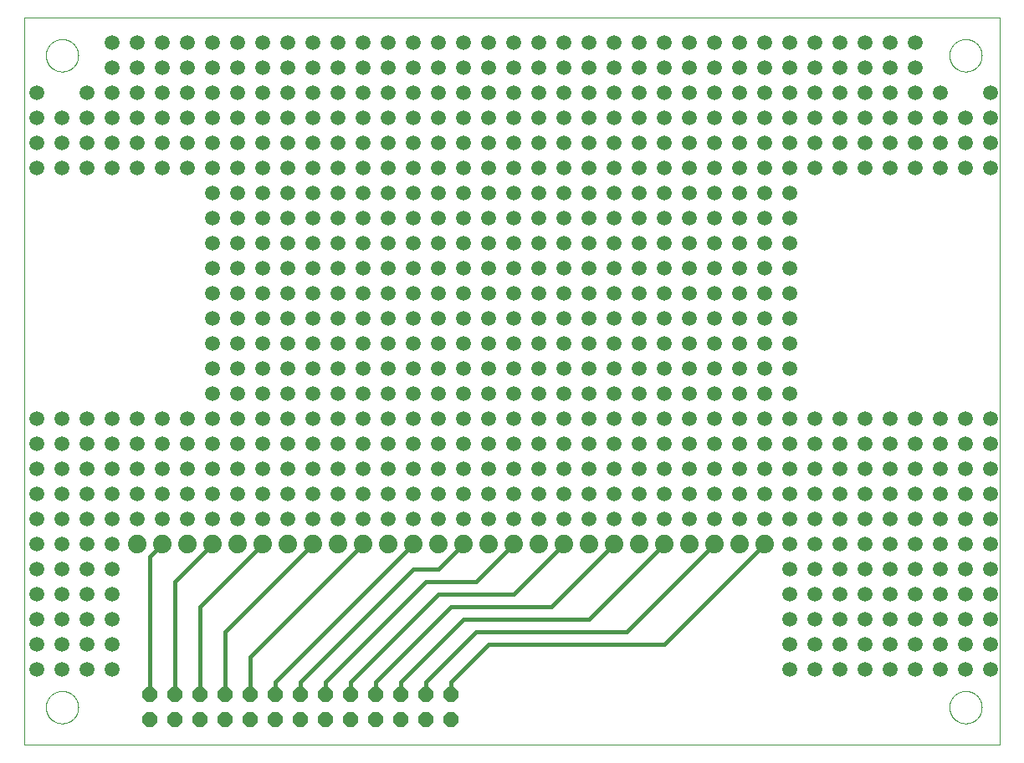
<source format=gtl>
G75*
%MOIN*%
%OFA0B0*%
%FSLAX25Y25*%
%IPPOS*%
%LPD*%
%AMOC8*
5,1,8,0,0,1.08239X$1,22.5*
%
%ADD10C,0.00000*%
%ADD11C,0.07400*%
%ADD12OC8,0.06000*%
%ADD13C,0.01600*%
%ADD14C,0.05906*%
D10*
X0001000Y0026300D02*
X0001000Y0316261D01*
X0389701Y0316261D01*
X0389701Y0026300D01*
X0001000Y0026300D01*
X0009550Y0041300D02*
X0009552Y0041460D01*
X0009558Y0041620D01*
X0009568Y0041780D01*
X0009582Y0041940D01*
X0009600Y0042099D01*
X0009621Y0042258D01*
X0009647Y0042416D01*
X0009677Y0042573D01*
X0009710Y0042730D01*
X0009748Y0042885D01*
X0009789Y0043040D01*
X0009834Y0043194D01*
X0009883Y0043346D01*
X0009936Y0043498D01*
X0009992Y0043648D01*
X0010053Y0043796D01*
X0010116Y0043943D01*
X0010184Y0044088D01*
X0010255Y0044232D01*
X0010329Y0044374D01*
X0010407Y0044513D01*
X0010489Y0044651D01*
X0010574Y0044787D01*
X0010662Y0044921D01*
X0010754Y0045052D01*
X0010849Y0045181D01*
X0010947Y0045308D01*
X0011048Y0045432D01*
X0011152Y0045554D01*
X0011259Y0045673D01*
X0011369Y0045790D01*
X0011482Y0045903D01*
X0011598Y0046014D01*
X0011716Y0046122D01*
X0011837Y0046227D01*
X0011961Y0046329D01*
X0012087Y0046427D01*
X0012215Y0046523D01*
X0012346Y0046615D01*
X0012479Y0046704D01*
X0012615Y0046790D01*
X0012752Y0046872D01*
X0012891Y0046951D01*
X0013033Y0047027D01*
X0013176Y0047099D01*
X0013321Y0047167D01*
X0013467Y0047232D01*
X0013615Y0047293D01*
X0013765Y0047350D01*
X0013916Y0047404D01*
X0014068Y0047454D01*
X0014221Y0047500D01*
X0014376Y0047542D01*
X0014531Y0047581D01*
X0014688Y0047615D01*
X0014845Y0047646D01*
X0015003Y0047672D01*
X0015161Y0047695D01*
X0015320Y0047714D01*
X0015480Y0047729D01*
X0015640Y0047740D01*
X0015800Y0047747D01*
X0015960Y0047750D01*
X0016120Y0047749D01*
X0016280Y0047744D01*
X0016440Y0047735D01*
X0016600Y0047722D01*
X0016759Y0047705D01*
X0016918Y0047684D01*
X0017076Y0047660D01*
X0017234Y0047631D01*
X0017391Y0047598D01*
X0017547Y0047562D01*
X0017702Y0047522D01*
X0017856Y0047477D01*
X0018008Y0047429D01*
X0018160Y0047378D01*
X0018310Y0047322D01*
X0018459Y0047263D01*
X0018606Y0047200D01*
X0018752Y0047133D01*
X0018896Y0047063D01*
X0019038Y0046990D01*
X0019179Y0046912D01*
X0019317Y0046832D01*
X0019453Y0046748D01*
X0019588Y0046660D01*
X0019720Y0046569D01*
X0019849Y0046475D01*
X0019977Y0046378D01*
X0020102Y0046278D01*
X0020224Y0046175D01*
X0020344Y0046068D01*
X0020461Y0045959D01*
X0020575Y0045847D01*
X0020686Y0045732D01*
X0020795Y0045614D01*
X0020901Y0045494D01*
X0021003Y0045371D01*
X0021103Y0045245D01*
X0021199Y0045117D01*
X0021292Y0044987D01*
X0021382Y0044854D01*
X0021469Y0044719D01*
X0021552Y0044583D01*
X0021632Y0044444D01*
X0021708Y0044303D01*
X0021781Y0044160D01*
X0021850Y0044016D01*
X0021916Y0043870D01*
X0021978Y0043722D01*
X0022036Y0043573D01*
X0022091Y0043422D01*
X0022142Y0043270D01*
X0022189Y0043117D01*
X0022232Y0042963D01*
X0022271Y0042808D01*
X0022307Y0042651D01*
X0022338Y0042494D01*
X0022366Y0042337D01*
X0022390Y0042178D01*
X0022410Y0042019D01*
X0022426Y0041860D01*
X0022438Y0041700D01*
X0022446Y0041540D01*
X0022450Y0041380D01*
X0022450Y0041220D01*
X0022446Y0041060D01*
X0022438Y0040900D01*
X0022426Y0040740D01*
X0022410Y0040581D01*
X0022390Y0040422D01*
X0022366Y0040263D01*
X0022338Y0040106D01*
X0022307Y0039949D01*
X0022271Y0039792D01*
X0022232Y0039637D01*
X0022189Y0039483D01*
X0022142Y0039330D01*
X0022091Y0039178D01*
X0022036Y0039027D01*
X0021978Y0038878D01*
X0021916Y0038730D01*
X0021850Y0038584D01*
X0021781Y0038440D01*
X0021708Y0038297D01*
X0021632Y0038156D01*
X0021552Y0038017D01*
X0021469Y0037881D01*
X0021382Y0037746D01*
X0021292Y0037613D01*
X0021199Y0037483D01*
X0021103Y0037355D01*
X0021003Y0037229D01*
X0020901Y0037106D01*
X0020795Y0036986D01*
X0020686Y0036868D01*
X0020575Y0036753D01*
X0020461Y0036641D01*
X0020344Y0036532D01*
X0020224Y0036425D01*
X0020102Y0036322D01*
X0019977Y0036222D01*
X0019849Y0036125D01*
X0019720Y0036031D01*
X0019588Y0035940D01*
X0019453Y0035852D01*
X0019317Y0035768D01*
X0019179Y0035688D01*
X0019038Y0035610D01*
X0018896Y0035537D01*
X0018752Y0035467D01*
X0018606Y0035400D01*
X0018459Y0035337D01*
X0018310Y0035278D01*
X0018160Y0035222D01*
X0018008Y0035171D01*
X0017856Y0035123D01*
X0017702Y0035078D01*
X0017547Y0035038D01*
X0017391Y0035002D01*
X0017234Y0034969D01*
X0017076Y0034940D01*
X0016918Y0034916D01*
X0016759Y0034895D01*
X0016600Y0034878D01*
X0016440Y0034865D01*
X0016280Y0034856D01*
X0016120Y0034851D01*
X0015960Y0034850D01*
X0015800Y0034853D01*
X0015640Y0034860D01*
X0015480Y0034871D01*
X0015320Y0034886D01*
X0015161Y0034905D01*
X0015003Y0034928D01*
X0014845Y0034954D01*
X0014688Y0034985D01*
X0014531Y0035019D01*
X0014376Y0035058D01*
X0014221Y0035100D01*
X0014068Y0035146D01*
X0013916Y0035196D01*
X0013765Y0035250D01*
X0013615Y0035307D01*
X0013467Y0035368D01*
X0013321Y0035433D01*
X0013176Y0035501D01*
X0013033Y0035573D01*
X0012891Y0035649D01*
X0012752Y0035728D01*
X0012615Y0035810D01*
X0012479Y0035896D01*
X0012346Y0035985D01*
X0012215Y0036077D01*
X0012087Y0036173D01*
X0011961Y0036271D01*
X0011837Y0036373D01*
X0011716Y0036478D01*
X0011598Y0036586D01*
X0011482Y0036697D01*
X0011369Y0036810D01*
X0011259Y0036927D01*
X0011152Y0037046D01*
X0011048Y0037168D01*
X0010947Y0037292D01*
X0010849Y0037419D01*
X0010754Y0037548D01*
X0010662Y0037679D01*
X0010574Y0037813D01*
X0010489Y0037949D01*
X0010407Y0038087D01*
X0010329Y0038226D01*
X0010255Y0038368D01*
X0010184Y0038512D01*
X0010116Y0038657D01*
X0010053Y0038804D01*
X0009992Y0038952D01*
X0009936Y0039102D01*
X0009883Y0039254D01*
X0009834Y0039406D01*
X0009789Y0039560D01*
X0009748Y0039715D01*
X0009710Y0039870D01*
X0009677Y0040027D01*
X0009647Y0040184D01*
X0009621Y0040342D01*
X0009600Y0040501D01*
X0009582Y0040660D01*
X0009568Y0040820D01*
X0009558Y0040980D01*
X0009552Y0041140D01*
X0009550Y0041300D01*
X0009550Y0301300D02*
X0009552Y0301460D01*
X0009558Y0301620D01*
X0009568Y0301780D01*
X0009582Y0301940D01*
X0009600Y0302099D01*
X0009621Y0302258D01*
X0009647Y0302416D01*
X0009677Y0302573D01*
X0009710Y0302730D01*
X0009748Y0302885D01*
X0009789Y0303040D01*
X0009834Y0303194D01*
X0009883Y0303346D01*
X0009936Y0303498D01*
X0009992Y0303648D01*
X0010053Y0303796D01*
X0010116Y0303943D01*
X0010184Y0304088D01*
X0010255Y0304232D01*
X0010329Y0304374D01*
X0010407Y0304513D01*
X0010489Y0304651D01*
X0010574Y0304787D01*
X0010662Y0304921D01*
X0010754Y0305052D01*
X0010849Y0305181D01*
X0010947Y0305308D01*
X0011048Y0305432D01*
X0011152Y0305554D01*
X0011259Y0305673D01*
X0011369Y0305790D01*
X0011482Y0305903D01*
X0011598Y0306014D01*
X0011716Y0306122D01*
X0011837Y0306227D01*
X0011961Y0306329D01*
X0012087Y0306427D01*
X0012215Y0306523D01*
X0012346Y0306615D01*
X0012479Y0306704D01*
X0012615Y0306790D01*
X0012752Y0306872D01*
X0012891Y0306951D01*
X0013033Y0307027D01*
X0013176Y0307099D01*
X0013321Y0307167D01*
X0013467Y0307232D01*
X0013615Y0307293D01*
X0013765Y0307350D01*
X0013916Y0307404D01*
X0014068Y0307454D01*
X0014221Y0307500D01*
X0014376Y0307542D01*
X0014531Y0307581D01*
X0014688Y0307615D01*
X0014845Y0307646D01*
X0015003Y0307672D01*
X0015161Y0307695D01*
X0015320Y0307714D01*
X0015480Y0307729D01*
X0015640Y0307740D01*
X0015800Y0307747D01*
X0015960Y0307750D01*
X0016120Y0307749D01*
X0016280Y0307744D01*
X0016440Y0307735D01*
X0016600Y0307722D01*
X0016759Y0307705D01*
X0016918Y0307684D01*
X0017076Y0307660D01*
X0017234Y0307631D01*
X0017391Y0307598D01*
X0017547Y0307562D01*
X0017702Y0307522D01*
X0017856Y0307477D01*
X0018008Y0307429D01*
X0018160Y0307378D01*
X0018310Y0307322D01*
X0018459Y0307263D01*
X0018606Y0307200D01*
X0018752Y0307133D01*
X0018896Y0307063D01*
X0019038Y0306990D01*
X0019179Y0306912D01*
X0019317Y0306832D01*
X0019453Y0306748D01*
X0019588Y0306660D01*
X0019720Y0306569D01*
X0019849Y0306475D01*
X0019977Y0306378D01*
X0020102Y0306278D01*
X0020224Y0306175D01*
X0020344Y0306068D01*
X0020461Y0305959D01*
X0020575Y0305847D01*
X0020686Y0305732D01*
X0020795Y0305614D01*
X0020901Y0305494D01*
X0021003Y0305371D01*
X0021103Y0305245D01*
X0021199Y0305117D01*
X0021292Y0304987D01*
X0021382Y0304854D01*
X0021469Y0304719D01*
X0021552Y0304583D01*
X0021632Y0304444D01*
X0021708Y0304303D01*
X0021781Y0304160D01*
X0021850Y0304016D01*
X0021916Y0303870D01*
X0021978Y0303722D01*
X0022036Y0303573D01*
X0022091Y0303422D01*
X0022142Y0303270D01*
X0022189Y0303117D01*
X0022232Y0302963D01*
X0022271Y0302808D01*
X0022307Y0302651D01*
X0022338Y0302494D01*
X0022366Y0302337D01*
X0022390Y0302178D01*
X0022410Y0302019D01*
X0022426Y0301860D01*
X0022438Y0301700D01*
X0022446Y0301540D01*
X0022450Y0301380D01*
X0022450Y0301220D01*
X0022446Y0301060D01*
X0022438Y0300900D01*
X0022426Y0300740D01*
X0022410Y0300581D01*
X0022390Y0300422D01*
X0022366Y0300263D01*
X0022338Y0300106D01*
X0022307Y0299949D01*
X0022271Y0299792D01*
X0022232Y0299637D01*
X0022189Y0299483D01*
X0022142Y0299330D01*
X0022091Y0299178D01*
X0022036Y0299027D01*
X0021978Y0298878D01*
X0021916Y0298730D01*
X0021850Y0298584D01*
X0021781Y0298440D01*
X0021708Y0298297D01*
X0021632Y0298156D01*
X0021552Y0298017D01*
X0021469Y0297881D01*
X0021382Y0297746D01*
X0021292Y0297613D01*
X0021199Y0297483D01*
X0021103Y0297355D01*
X0021003Y0297229D01*
X0020901Y0297106D01*
X0020795Y0296986D01*
X0020686Y0296868D01*
X0020575Y0296753D01*
X0020461Y0296641D01*
X0020344Y0296532D01*
X0020224Y0296425D01*
X0020102Y0296322D01*
X0019977Y0296222D01*
X0019849Y0296125D01*
X0019720Y0296031D01*
X0019588Y0295940D01*
X0019453Y0295852D01*
X0019317Y0295768D01*
X0019179Y0295688D01*
X0019038Y0295610D01*
X0018896Y0295537D01*
X0018752Y0295467D01*
X0018606Y0295400D01*
X0018459Y0295337D01*
X0018310Y0295278D01*
X0018160Y0295222D01*
X0018008Y0295171D01*
X0017856Y0295123D01*
X0017702Y0295078D01*
X0017547Y0295038D01*
X0017391Y0295002D01*
X0017234Y0294969D01*
X0017076Y0294940D01*
X0016918Y0294916D01*
X0016759Y0294895D01*
X0016600Y0294878D01*
X0016440Y0294865D01*
X0016280Y0294856D01*
X0016120Y0294851D01*
X0015960Y0294850D01*
X0015800Y0294853D01*
X0015640Y0294860D01*
X0015480Y0294871D01*
X0015320Y0294886D01*
X0015161Y0294905D01*
X0015003Y0294928D01*
X0014845Y0294954D01*
X0014688Y0294985D01*
X0014531Y0295019D01*
X0014376Y0295058D01*
X0014221Y0295100D01*
X0014068Y0295146D01*
X0013916Y0295196D01*
X0013765Y0295250D01*
X0013615Y0295307D01*
X0013467Y0295368D01*
X0013321Y0295433D01*
X0013176Y0295501D01*
X0013033Y0295573D01*
X0012891Y0295649D01*
X0012752Y0295728D01*
X0012615Y0295810D01*
X0012479Y0295896D01*
X0012346Y0295985D01*
X0012215Y0296077D01*
X0012087Y0296173D01*
X0011961Y0296271D01*
X0011837Y0296373D01*
X0011716Y0296478D01*
X0011598Y0296586D01*
X0011482Y0296697D01*
X0011369Y0296810D01*
X0011259Y0296927D01*
X0011152Y0297046D01*
X0011048Y0297168D01*
X0010947Y0297292D01*
X0010849Y0297419D01*
X0010754Y0297548D01*
X0010662Y0297679D01*
X0010574Y0297813D01*
X0010489Y0297949D01*
X0010407Y0298087D01*
X0010329Y0298226D01*
X0010255Y0298368D01*
X0010184Y0298512D01*
X0010116Y0298657D01*
X0010053Y0298804D01*
X0009992Y0298952D01*
X0009936Y0299102D01*
X0009883Y0299254D01*
X0009834Y0299406D01*
X0009789Y0299560D01*
X0009748Y0299715D01*
X0009710Y0299870D01*
X0009677Y0300027D01*
X0009647Y0300184D01*
X0009621Y0300342D01*
X0009600Y0300501D01*
X0009582Y0300660D01*
X0009568Y0300820D01*
X0009558Y0300980D01*
X0009552Y0301140D01*
X0009550Y0301300D01*
X0369550Y0301300D02*
X0369552Y0301460D01*
X0369558Y0301620D01*
X0369568Y0301780D01*
X0369582Y0301940D01*
X0369600Y0302099D01*
X0369621Y0302258D01*
X0369647Y0302416D01*
X0369677Y0302573D01*
X0369710Y0302730D01*
X0369748Y0302885D01*
X0369789Y0303040D01*
X0369834Y0303194D01*
X0369883Y0303346D01*
X0369936Y0303498D01*
X0369992Y0303648D01*
X0370053Y0303796D01*
X0370116Y0303943D01*
X0370184Y0304088D01*
X0370255Y0304232D01*
X0370329Y0304374D01*
X0370407Y0304513D01*
X0370489Y0304651D01*
X0370574Y0304787D01*
X0370662Y0304921D01*
X0370754Y0305052D01*
X0370849Y0305181D01*
X0370947Y0305308D01*
X0371048Y0305432D01*
X0371152Y0305554D01*
X0371259Y0305673D01*
X0371369Y0305790D01*
X0371482Y0305903D01*
X0371598Y0306014D01*
X0371716Y0306122D01*
X0371837Y0306227D01*
X0371961Y0306329D01*
X0372087Y0306427D01*
X0372215Y0306523D01*
X0372346Y0306615D01*
X0372479Y0306704D01*
X0372615Y0306790D01*
X0372752Y0306872D01*
X0372891Y0306951D01*
X0373033Y0307027D01*
X0373176Y0307099D01*
X0373321Y0307167D01*
X0373467Y0307232D01*
X0373615Y0307293D01*
X0373765Y0307350D01*
X0373916Y0307404D01*
X0374068Y0307454D01*
X0374221Y0307500D01*
X0374376Y0307542D01*
X0374531Y0307581D01*
X0374688Y0307615D01*
X0374845Y0307646D01*
X0375003Y0307672D01*
X0375161Y0307695D01*
X0375320Y0307714D01*
X0375480Y0307729D01*
X0375640Y0307740D01*
X0375800Y0307747D01*
X0375960Y0307750D01*
X0376120Y0307749D01*
X0376280Y0307744D01*
X0376440Y0307735D01*
X0376600Y0307722D01*
X0376759Y0307705D01*
X0376918Y0307684D01*
X0377076Y0307660D01*
X0377234Y0307631D01*
X0377391Y0307598D01*
X0377547Y0307562D01*
X0377702Y0307522D01*
X0377856Y0307477D01*
X0378008Y0307429D01*
X0378160Y0307378D01*
X0378310Y0307322D01*
X0378459Y0307263D01*
X0378606Y0307200D01*
X0378752Y0307133D01*
X0378896Y0307063D01*
X0379038Y0306990D01*
X0379179Y0306912D01*
X0379317Y0306832D01*
X0379453Y0306748D01*
X0379588Y0306660D01*
X0379720Y0306569D01*
X0379849Y0306475D01*
X0379977Y0306378D01*
X0380102Y0306278D01*
X0380224Y0306175D01*
X0380344Y0306068D01*
X0380461Y0305959D01*
X0380575Y0305847D01*
X0380686Y0305732D01*
X0380795Y0305614D01*
X0380901Y0305494D01*
X0381003Y0305371D01*
X0381103Y0305245D01*
X0381199Y0305117D01*
X0381292Y0304987D01*
X0381382Y0304854D01*
X0381469Y0304719D01*
X0381552Y0304583D01*
X0381632Y0304444D01*
X0381708Y0304303D01*
X0381781Y0304160D01*
X0381850Y0304016D01*
X0381916Y0303870D01*
X0381978Y0303722D01*
X0382036Y0303573D01*
X0382091Y0303422D01*
X0382142Y0303270D01*
X0382189Y0303117D01*
X0382232Y0302963D01*
X0382271Y0302808D01*
X0382307Y0302651D01*
X0382338Y0302494D01*
X0382366Y0302337D01*
X0382390Y0302178D01*
X0382410Y0302019D01*
X0382426Y0301860D01*
X0382438Y0301700D01*
X0382446Y0301540D01*
X0382450Y0301380D01*
X0382450Y0301220D01*
X0382446Y0301060D01*
X0382438Y0300900D01*
X0382426Y0300740D01*
X0382410Y0300581D01*
X0382390Y0300422D01*
X0382366Y0300263D01*
X0382338Y0300106D01*
X0382307Y0299949D01*
X0382271Y0299792D01*
X0382232Y0299637D01*
X0382189Y0299483D01*
X0382142Y0299330D01*
X0382091Y0299178D01*
X0382036Y0299027D01*
X0381978Y0298878D01*
X0381916Y0298730D01*
X0381850Y0298584D01*
X0381781Y0298440D01*
X0381708Y0298297D01*
X0381632Y0298156D01*
X0381552Y0298017D01*
X0381469Y0297881D01*
X0381382Y0297746D01*
X0381292Y0297613D01*
X0381199Y0297483D01*
X0381103Y0297355D01*
X0381003Y0297229D01*
X0380901Y0297106D01*
X0380795Y0296986D01*
X0380686Y0296868D01*
X0380575Y0296753D01*
X0380461Y0296641D01*
X0380344Y0296532D01*
X0380224Y0296425D01*
X0380102Y0296322D01*
X0379977Y0296222D01*
X0379849Y0296125D01*
X0379720Y0296031D01*
X0379588Y0295940D01*
X0379453Y0295852D01*
X0379317Y0295768D01*
X0379179Y0295688D01*
X0379038Y0295610D01*
X0378896Y0295537D01*
X0378752Y0295467D01*
X0378606Y0295400D01*
X0378459Y0295337D01*
X0378310Y0295278D01*
X0378160Y0295222D01*
X0378008Y0295171D01*
X0377856Y0295123D01*
X0377702Y0295078D01*
X0377547Y0295038D01*
X0377391Y0295002D01*
X0377234Y0294969D01*
X0377076Y0294940D01*
X0376918Y0294916D01*
X0376759Y0294895D01*
X0376600Y0294878D01*
X0376440Y0294865D01*
X0376280Y0294856D01*
X0376120Y0294851D01*
X0375960Y0294850D01*
X0375800Y0294853D01*
X0375640Y0294860D01*
X0375480Y0294871D01*
X0375320Y0294886D01*
X0375161Y0294905D01*
X0375003Y0294928D01*
X0374845Y0294954D01*
X0374688Y0294985D01*
X0374531Y0295019D01*
X0374376Y0295058D01*
X0374221Y0295100D01*
X0374068Y0295146D01*
X0373916Y0295196D01*
X0373765Y0295250D01*
X0373615Y0295307D01*
X0373467Y0295368D01*
X0373321Y0295433D01*
X0373176Y0295501D01*
X0373033Y0295573D01*
X0372891Y0295649D01*
X0372752Y0295728D01*
X0372615Y0295810D01*
X0372479Y0295896D01*
X0372346Y0295985D01*
X0372215Y0296077D01*
X0372087Y0296173D01*
X0371961Y0296271D01*
X0371837Y0296373D01*
X0371716Y0296478D01*
X0371598Y0296586D01*
X0371482Y0296697D01*
X0371369Y0296810D01*
X0371259Y0296927D01*
X0371152Y0297046D01*
X0371048Y0297168D01*
X0370947Y0297292D01*
X0370849Y0297419D01*
X0370754Y0297548D01*
X0370662Y0297679D01*
X0370574Y0297813D01*
X0370489Y0297949D01*
X0370407Y0298087D01*
X0370329Y0298226D01*
X0370255Y0298368D01*
X0370184Y0298512D01*
X0370116Y0298657D01*
X0370053Y0298804D01*
X0369992Y0298952D01*
X0369936Y0299102D01*
X0369883Y0299254D01*
X0369834Y0299406D01*
X0369789Y0299560D01*
X0369748Y0299715D01*
X0369710Y0299870D01*
X0369677Y0300027D01*
X0369647Y0300184D01*
X0369621Y0300342D01*
X0369600Y0300501D01*
X0369582Y0300660D01*
X0369568Y0300820D01*
X0369558Y0300980D01*
X0369552Y0301140D01*
X0369550Y0301300D01*
X0369550Y0041300D02*
X0369552Y0041460D01*
X0369558Y0041620D01*
X0369568Y0041780D01*
X0369582Y0041940D01*
X0369600Y0042099D01*
X0369621Y0042258D01*
X0369647Y0042416D01*
X0369677Y0042573D01*
X0369710Y0042730D01*
X0369748Y0042885D01*
X0369789Y0043040D01*
X0369834Y0043194D01*
X0369883Y0043346D01*
X0369936Y0043498D01*
X0369992Y0043648D01*
X0370053Y0043796D01*
X0370116Y0043943D01*
X0370184Y0044088D01*
X0370255Y0044232D01*
X0370329Y0044374D01*
X0370407Y0044513D01*
X0370489Y0044651D01*
X0370574Y0044787D01*
X0370662Y0044921D01*
X0370754Y0045052D01*
X0370849Y0045181D01*
X0370947Y0045308D01*
X0371048Y0045432D01*
X0371152Y0045554D01*
X0371259Y0045673D01*
X0371369Y0045790D01*
X0371482Y0045903D01*
X0371598Y0046014D01*
X0371716Y0046122D01*
X0371837Y0046227D01*
X0371961Y0046329D01*
X0372087Y0046427D01*
X0372215Y0046523D01*
X0372346Y0046615D01*
X0372479Y0046704D01*
X0372615Y0046790D01*
X0372752Y0046872D01*
X0372891Y0046951D01*
X0373033Y0047027D01*
X0373176Y0047099D01*
X0373321Y0047167D01*
X0373467Y0047232D01*
X0373615Y0047293D01*
X0373765Y0047350D01*
X0373916Y0047404D01*
X0374068Y0047454D01*
X0374221Y0047500D01*
X0374376Y0047542D01*
X0374531Y0047581D01*
X0374688Y0047615D01*
X0374845Y0047646D01*
X0375003Y0047672D01*
X0375161Y0047695D01*
X0375320Y0047714D01*
X0375480Y0047729D01*
X0375640Y0047740D01*
X0375800Y0047747D01*
X0375960Y0047750D01*
X0376120Y0047749D01*
X0376280Y0047744D01*
X0376440Y0047735D01*
X0376600Y0047722D01*
X0376759Y0047705D01*
X0376918Y0047684D01*
X0377076Y0047660D01*
X0377234Y0047631D01*
X0377391Y0047598D01*
X0377547Y0047562D01*
X0377702Y0047522D01*
X0377856Y0047477D01*
X0378008Y0047429D01*
X0378160Y0047378D01*
X0378310Y0047322D01*
X0378459Y0047263D01*
X0378606Y0047200D01*
X0378752Y0047133D01*
X0378896Y0047063D01*
X0379038Y0046990D01*
X0379179Y0046912D01*
X0379317Y0046832D01*
X0379453Y0046748D01*
X0379588Y0046660D01*
X0379720Y0046569D01*
X0379849Y0046475D01*
X0379977Y0046378D01*
X0380102Y0046278D01*
X0380224Y0046175D01*
X0380344Y0046068D01*
X0380461Y0045959D01*
X0380575Y0045847D01*
X0380686Y0045732D01*
X0380795Y0045614D01*
X0380901Y0045494D01*
X0381003Y0045371D01*
X0381103Y0045245D01*
X0381199Y0045117D01*
X0381292Y0044987D01*
X0381382Y0044854D01*
X0381469Y0044719D01*
X0381552Y0044583D01*
X0381632Y0044444D01*
X0381708Y0044303D01*
X0381781Y0044160D01*
X0381850Y0044016D01*
X0381916Y0043870D01*
X0381978Y0043722D01*
X0382036Y0043573D01*
X0382091Y0043422D01*
X0382142Y0043270D01*
X0382189Y0043117D01*
X0382232Y0042963D01*
X0382271Y0042808D01*
X0382307Y0042651D01*
X0382338Y0042494D01*
X0382366Y0042337D01*
X0382390Y0042178D01*
X0382410Y0042019D01*
X0382426Y0041860D01*
X0382438Y0041700D01*
X0382446Y0041540D01*
X0382450Y0041380D01*
X0382450Y0041220D01*
X0382446Y0041060D01*
X0382438Y0040900D01*
X0382426Y0040740D01*
X0382410Y0040581D01*
X0382390Y0040422D01*
X0382366Y0040263D01*
X0382338Y0040106D01*
X0382307Y0039949D01*
X0382271Y0039792D01*
X0382232Y0039637D01*
X0382189Y0039483D01*
X0382142Y0039330D01*
X0382091Y0039178D01*
X0382036Y0039027D01*
X0381978Y0038878D01*
X0381916Y0038730D01*
X0381850Y0038584D01*
X0381781Y0038440D01*
X0381708Y0038297D01*
X0381632Y0038156D01*
X0381552Y0038017D01*
X0381469Y0037881D01*
X0381382Y0037746D01*
X0381292Y0037613D01*
X0381199Y0037483D01*
X0381103Y0037355D01*
X0381003Y0037229D01*
X0380901Y0037106D01*
X0380795Y0036986D01*
X0380686Y0036868D01*
X0380575Y0036753D01*
X0380461Y0036641D01*
X0380344Y0036532D01*
X0380224Y0036425D01*
X0380102Y0036322D01*
X0379977Y0036222D01*
X0379849Y0036125D01*
X0379720Y0036031D01*
X0379588Y0035940D01*
X0379453Y0035852D01*
X0379317Y0035768D01*
X0379179Y0035688D01*
X0379038Y0035610D01*
X0378896Y0035537D01*
X0378752Y0035467D01*
X0378606Y0035400D01*
X0378459Y0035337D01*
X0378310Y0035278D01*
X0378160Y0035222D01*
X0378008Y0035171D01*
X0377856Y0035123D01*
X0377702Y0035078D01*
X0377547Y0035038D01*
X0377391Y0035002D01*
X0377234Y0034969D01*
X0377076Y0034940D01*
X0376918Y0034916D01*
X0376759Y0034895D01*
X0376600Y0034878D01*
X0376440Y0034865D01*
X0376280Y0034856D01*
X0376120Y0034851D01*
X0375960Y0034850D01*
X0375800Y0034853D01*
X0375640Y0034860D01*
X0375480Y0034871D01*
X0375320Y0034886D01*
X0375161Y0034905D01*
X0375003Y0034928D01*
X0374845Y0034954D01*
X0374688Y0034985D01*
X0374531Y0035019D01*
X0374376Y0035058D01*
X0374221Y0035100D01*
X0374068Y0035146D01*
X0373916Y0035196D01*
X0373765Y0035250D01*
X0373615Y0035307D01*
X0373467Y0035368D01*
X0373321Y0035433D01*
X0373176Y0035501D01*
X0373033Y0035573D01*
X0372891Y0035649D01*
X0372752Y0035728D01*
X0372615Y0035810D01*
X0372479Y0035896D01*
X0372346Y0035985D01*
X0372215Y0036077D01*
X0372087Y0036173D01*
X0371961Y0036271D01*
X0371837Y0036373D01*
X0371716Y0036478D01*
X0371598Y0036586D01*
X0371482Y0036697D01*
X0371369Y0036810D01*
X0371259Y0036927D01*
X0371152Y0037046D01*
X0371048Y0037168D01*
X0370947Y0037292D01*
X0370849Y0037419D01*
X0370754Y0037548D01*
X0370662Y0037679D01*
X0370574Y0037813D01*
X0370489Y0037949D01*
X0370407Y0038087D01*
X0370329Y0038226D01*
X0370255Y0038368D01*
X0370184Y0038512D01*
X0370116Y0038657D01*
X0370053Y0038804D01*
X0369992Y0038952D01*
X0369936Y0039102D01*
X0369883Y0039254D01*
X0369834Y0039406D01*
X0369789Y0039560D01*
X0369748Y0039715D01*
X0369710Y0039870D01*
X0369677Y0040027D01*
X0369647Y0040184D01*
X0369621Y0040342D01*
X0369600Y0040501D01*
X0369582Y0040660D01*
X0369568Y0040820D01*
X0369558Y0040980D01*
X0369552Y0041140D01*
X0369550Y0041300D01*
D11*
X0296000Y0106300D03*
X0286000Y0106300D03*
X0276000Y0106300D03*
X0266000Y0106300D03*
X0256000Y0106300D03*
X0246000Y0106300D03*
X0236000Y0106300D03*
X0226000Y0106300D03*
X0216000Y0106300D03*
X0206000Y0106300D03*
X0196000Y0106300D03*
X0186000Y0106300D03*
X0176000Y0106300D03*
X0166000Y0106300D03*
X0156000Y0106300D03*
X0146000Y0106300D03*
X0136000Y0106300D03*
X0126000Y0106300D03*
X0116000Y0106300D03*
X0106000Y0106300D03*
X0096000Y0106300D03*
X0086000Y0106300D03*
X0076000Y0106300D03*
X0066000Y0106300D03*
X0056000Y0106300D03*
X0046000Y0106300D03*
D12*
X0051000Y0046300D03*
X0061000Y0046300D03*
X0061000Y0036300D03*
X0051000Y0036300D03*
X0071000Y0036300D03*
X0081000Y0036300D03*
X0081000Y0046300D03*
X0071000Y0046300D03*
X0091000Y0046300D03*
X0101000Y0046300D03*
X0101000Y0036300D03*
X0091000Y0036300D03*
X0111000Y0036300D03*
X0121000Y0036300D03*
X0121000Y0046300D03*
X0111000Y0046300D03*
X0131000Y0046300D03*
X0131000Y0036300D03*
X0141000Y0036300D03*
X0151000Y0036300D03*
X0151000Y0046300D03*
X0141000Y0046300D03*
X0161000Y0046300D03*
X0171000Y0046300D03*
X0171000Y0036300D03*
X0161000Y0036300D03*
D13*
X0161000Y0046300D02*
X0161000Y0051300D01*
X0181000Y0071300D01*
X0241000Y0071300D01*
X0276000Y0106300D01*
X0256000Y0106300D02*
X0226000Y0076300D01*
X0176000Y0076300D01*
X0151000Y0051300D01*
X0151000Y0046300D01*
X0141000Y0046300D02*
X0141000Y0051300D01*
X0171000Y0081300D01*
X0211000Y0081300D01*
X0236000Y0106300D01*
X0216000Y0106300D02*
X0196000Y0086300D01*
X0166000Y0086300D01*
X0131000Y0051300D01*
X0131000Y0046300D01*
X0121000Y0046300D02*
X0121000Y0051300D01*
X0161000Y0091300D01*
X0181000Y0091300D01*
X0196000Y0106300D01*
X0176000Y0106300D02*
X0166000Y0096300D01*
X0156000Y0096300D01*
X0111000Y0051300D01*
X0111000Y0046300D01*
X0101000Y0046300D02*
X0101000Y0051300D01*
X0156000Y0106300D01*
X0136000Y0106300D02*
X0091000Y0061300D01*
X0091000Y0046300D01*
X0081000Y0046300D02*
X0081000Y0071300D01*
X0116000Y0106300D01*
X0096000Y0106300D02*
X0071000Y0081300D01*
X0071000Y0046300D01*
X0061000Y0046300D02*
X0061000Y0091300D01*
X0076000Y0106300D01*
X0056000Y0106300D02*
X0051000Y0101300D01*
X0051000Y0046300D01*
X0171000Y0046300D02*
X0171000Y0051300D01*
X0186000Y0066300D01*
X0256000Y0066300D01*
X0296000Y0106300D01*
D14*
X0296000Y0116300D03*
X0286000Y0116300D03*
X0286000Y0126300D03*
X0296000Y0126300D03*
X0296000Y0136300D03*
X0286000Y0136300D03*
X0276000Y0136300D03*
X0266000Y0136300D03*
X0266000Y0126300D03*
X0276000Y0126300D03*
X0276000Y0116300D03*
X0266000Y0116300D03*
X0256000Y0116300D03*
X0256000Y0126300D03*
X0256000Y0136300D03*
X0246000Y0136300D03*
X0236000Y0136300D03*
X0236000Y0126300D03*
X0246000Y0126300D03*
X0246000Y0116300D03*
X0236000Y0116300D03*
X0226000Y0116300D03*
X0216000Y0116300D03*
X0216000Y0126300D03*
X0226000Y0126300D03*
X0226000Y0136300D03*
X0216000Y0136300D03*
X0206000Y0136300D03*
X0196000Y0136300D03*
X0196000Y0126300D03*
X0206000Y0126300D03*
X0206000Y0116300D03*
X0196000Y0116300D03*
X0186000Y0116300D03*
X0176000Y0116300D03*
X0176000Y0126300D03*
X0186000Y0126300D03*
X0186000Y0136300D03*
X0176000Y0136300D03*
X0166000Y0136300D03*
X0166000Y0126300D03*
X0166000Y0116300D03*
X0156000Y0116300D03*
X0146000Y0116300D03*
X0146000Y0126300D03*
X0156000Y0126300D03*
X0156000Y0136300D03*
X0146000Y0136300D03*
X0136000Y0136300D03*
X0126000Y0136300D03*
X0126000Y0126300D03*
X0136000Y0126300D03*
X0136000Y0116300D03*
X0126000Y0116300D03*
X0116000Y0116300D03*
X0106000Y0116300D03*
X0106000Y0126300D03*
X0116000Y0126300D03*
X0116000Y0136300D03*
X0106000Y0136300D03*
X0096000Y0136300D03*
X0096000Y0126300D03*
X0096000Y0116300D03*
X0086000Y0116300D03*
X0076000Y0116300D03*
X0076000Y0126300D03*
X0086000Y0126300D03*
X0086000Y0136300D03*
X0076000Y0136300D03*
X0066000Y0136300D03*
X0056000Y0136300D03*
X0056000Y0126300D03*
X0066000Y0126300D03*
X0066000Y0116300D03*
X0056000Y0116300D03*
X0046000Y0116300D03*
X0036000Y0116300D03*
X0036000Y0106300D03*
X0036000Y0096300D03*
X0036000Y0086300D03*
X0036000Y0076300D03*
X0026000Y0076300D03*
X0016000Y0076300D03*
X0016000Y0086300D03*
X0026000Y0086300D03*
X0026000Y0096300D03*
X0016000Y0096300D03*
X0016000Y0106300D03*
X0026000Y0106300D03*
X0026000Y0116300D03*
X0016000Y0116300D03*
X0016000Y0126300D03*
X0026000Y0126300D03*
X0026000Y0136300D03*
X0016000Y0136300D03*
X0006000Y0136300D03*
X0006000Y0126300D03*
X0006000Y0116300D03*
X0006000Y0106300D03*
X0006000Y0096300D03*
X0006000Y0086300D03*
X0006000Y0076300D03*
X0006000Y0066300D03*
X0006000Y0056300D03*
X0016000Y0056300D03*
X0026000Y0056300D03*
X0026000Y0066300D03*
X0016000Y0066300D03*
X0036000Y0066300D03*
X0036000Y0056300D03*
X0036000Y0126300D03*
X0046000Y0126300D03*
X0046000Y0136300D03*
X0036000Y0136300D03*
X0036000Y0146300D03*
X0046000Y0146300D03*
X0046000Y0156300D03*
X0036000Y0156300D03*
X0026000Y0156300D03*
X0016000Y0156300D03*
X0016000Y0146300D03*
X0026000Y0146300D03*
X0006000Y0146300D03*
X0006000Y0156300D03*
X0056000Y0156300D03*
X0066000Y0156300D03*
X0066000Y0146300D03*
X0056000Y0146300D03*
X0076000Y0146300D03*
X0086000Y0146300D03*
X0086000Y0156300D03*
X0076000Y0156300D03*
X0076000Y0166300D03*
X0086000Y0166300D03*
X0086000Y0176300D03*
X0076000Y0176300D03*
X0076000Y0186300D03*
X0086000Y0186300D03*
X0086000Y0196300D03*
X0076000Y0196300D03*
X0076000Y0206300D03*
X0086000Y0206300D03*
X0086000Y0216300D03*
X0076000Y0216300D03*
X0076000Y0226300D03*
X0086000Y0226300D03*
X0086000Y0236300D03*
X0076000Y0236300D03*
X0076000Y0246300D03*
X0086000Y0246300D03*
X0086000Y0256300D03*
X0076000Y0256300D03*
X0076000Y0266300D03*
X0086000Y0266300D03*
X0096000Y0266300D03*
X0096000Y0256300D03*
X0096000Y0246300D03*
X0096000Y0236300D03*
X0096000Y0226300D03*
X0096000Y0216300D03*
X0096000Y0206300D03*
X0106000Y0206300D03*
X0116000Y0206300D03*
X0116000Y0216300D03*
X0106000Y0216300D03*
X0106000Y0226300D03*
X0116000Y0226300D03*
X0116000Y0236300D03*
X0106000Y0236300D03*
X0106000Y0246300D03*
X0116000Y0246300D03*
X0116000Y0256300D03*
X0106000Y0256300D03*
X0106000Y0266300D03*
X0116000Y0266300D03*
X0126000Y0266300D03*
X0136000Y0266300D03*
X0136000Y0256300D03*
X0126000Y0256300D03*
X0126000Y0246300D03*
X0136000Y0246300D03*
X0136000Y0236300D03*
X0126000Y0236300D03*
X0126000Y0226300D03*
X0136000Y0226300D03*
X0136000Y0216300D03*
X0126000Y0216300D03*
X0126000Y0206300D03*
X0136000Y0206300D03*
X0146000Y0206300D03*
X0156000Y0206300D03*
X0156000Y0216300D03*
X0146000Y0216300D03*
X0146000Y0226300D03*
X0156000Y0226300D03*
X0156000Y0236300D03*
X0146000Y0236300D03*
X0146000Y0246300D03*
X0156000Y0246300D03*
X0156000Y0256300D03*
X0146000Y0256300D03*
X0146000Y0266300D03*
X0156000Y0266300D03*
X0166000Y0266300D03*
X0166000Y0256300D03*
X0166000Y0246300D03*
X0166000Y0236300D03*
X0166000Y0226300D03*
X0166000Y0216300D03*
X0166000Y0206300D03*
X0176000Y0206300D03*
X0186000Y0206300D03*
X0186000Y0216300D03*
X0176000Y0216300D03*
X0176000Y0226300D03*
X0186000Y0226300D03*
X0186000Y0236300D03*
X0176000Y0236300D03*
X0176000Y0246300D03*
X0186000Y0246300D03*
X0186000Y0256300D03*
X0176000Y0256300D03*
X0176000Y0266300D03*
X0186000Y0266300D03*
X0196000Y0266300D03*
X0206000Y0266300D03*
X0206000Y0256300D03*
X0196000Y0256300D03*
X0196000Y0246300D03*
X0206000Y0246300D03*
X0206000Y0236300D03*
X0196000Y0236300D03*
X0196000Y0226300D03*
X0206000Y0226300D03*
X0206000Y0216300D03*
X0196000Y0216300D03*
X0196000Y0206300D03*
X0206000Y0206300D03*
X0216000Y0206300D03*
X0226000Y0206300D03*
X0226000Y0216300D03*
X0216000Y0216300D03*
X0216000Y0226300D03*
X0226000Y0226300D03*
X0226000Y0236300D03*
X0216000Y0236300D03*
X0216000Y0246300D03*
X0226000Y0246300D03*
X0226000Y0256300D03*
X0216000Y0256300D03*
X0216000Y0266300D03*
X0226000Y0266300D03*
X0236000Y0266300D03*
X0246000Y0266300D03*
X0246000Y0256300D03*
X0236000Y0256300D03*
X0236000Y0246300D03*
X0246000Y0246300D03*
X0246000Y0236300D03*
X0236000Y0236300D03*
X0236000Y0226300D03*
X0246000Y0226300D03*
X0246000Y0216300D03*
X0236000Y0216300D03*
X0236000Y0206300D03*
X0246000Y0206300D03*
X0256000Y0206300D03*
X0256000Y0216300D03*
X0256000Y0226300D03*
X0256000Y0236300D03*
X0256000Y0246300D03*
X0256000Y0256300D03*
X0256000Y0266300D03*
X0266000Y0266300D03*
X0276000Y0266300D03*
X0276000Y0256300D03*
X0266000Y0256300D03*
X0266000Y0246300D03*
X0276000Y0246300D03*
X0276000Y0236300D03*
X0266000Y0236300D03*
X0266000Y0226300D03*
X0276000Y0226300D03*
X0276000Y0216300D03*
X0266000Y0216300D03*
X0266000Y0206300D03*
X0276000Y0206300D03*
X0286000Y0206300D03*
X0296000Y0206300D03*
X0296000Y0216300D03*
X0286000Y0216300D03*
X0286000Y0226300D03*
X0296000Y0226300D03*
X0296000Y0236300D03*
X0286000Y0236300D03*
X0286000Y0246300D03*
X0296000Y0246300D03*
X0296000Y0256300D03*
X0286000Y0256300D03*
X0286000Y0266300D03*
X0296000Y0266300D03*
X0306000Y0266300D03*
X0316000Y0266300D03*
X0316000Y0256300D03*
X0306000Y0256300D03*
X0306000Y0246300D03*
X0306000Y0236300D03*
X0306000Y0226300D03*
X0306000Y0216300D03*
X0306000Y0206300D03*
X0306000Y0196300D03*
X0306000Y0186300D03*
X0306000Y0176300D03*
X0306000Y0166300D03*
X0306000Y0156300D03*
X0316000Y0156300D03*
X0316000Y0146300D03*
X0306000Y0146300D03*
X0296000Y0146300D03*
X0286000Y0146300D03*
X0286000Y0156300D03*
X0296000Y0156300D03*
X0296000Y0166300D03*
X0286000Y0166300D03*
X0286000Y0176300D03*
X0296000Y0176300D03*
X0296000Y0186300D03*
X0286000Y0186300D03*
X0286000Y0196300D03*
X0296000Y0196300D03*
X0276000Y0196300D03*
X0266000Y0196300D03*
X0266000Y0186300D03*
X0276000Y0186300D03*
X0276000Y0176300D03*
X0266000Y0176300D03*
X0266000Y0166300D03*
X0276000Y0166300D03*
X0276000Y0156300D03*
X0266000Y0156300D03*
X0266000Y0146300D03*
X0276000Y0146300D03*
X0256000Y0146300D03*
X0256000Y0156300D03*
X0256000Y0166300D03*
X0256000Y0176300D03*
X0256000Y0186300D03*
X0256000Y0196300D03*
X0246000Y0196300D03*
X0236000Y0196300D03*
X0236000Y0186300D03*
X0246000Y0186300D03*
X0246000Y0176300D03*
X0236000Y0176300D03*
X0236000Y0166300D03*
X0246000Y0166300D03*
X0246000Y0156300D03*
X0236000Y0156300D03*
X0236000Y0146300D03*
X0246000Y0146300D03*
X0226000Y0146300D03*
X0216000Y0146300D03*
X0216000Y0156300D03*
X0226000Y0156300D03*
X0226000Y0166300D03*
X0216000Y0166300D03*
X0216000Y0176300D03*
X0226000Y0176300D03*
X0226000Y0186300D03*
X0216000Y0186300D03*
X0216000Y0196300D03*
X0226000Y0196300D03*
X0206000Y0196300D03*
X0196000Y0196300D03*
X0196000Y0186300D03*
X0206000Y0186300D03*
X0206000Y0176300D03*
X0196000Y0176300D03*
X0196000Y0166300D03*
X0206000Y0166300D03*
X0206000Y0156300D03*
X0196000Y0156300D03*
X0196000Y0146300D03*
X0206000Y0146300D03*
X0186000Y0146300D03*
X0176000Y0146300D03*
X0176000Y0156300D03*
X0186000Y0156300D03*
X0186000Y0166300D03*
X0176000Y0166300D03*
X0176000Y0176300D03*
X0186000Y0176300D03*
X0186000Y0186300D03*
X0176000Y0186300D03*
X0176000Y0196300D03*
X0186000Y0196300D03*
X0166000Y0196300D03*
X0166000Y0186300D03*
X0166000Y0176300D03*
X0166000Y0166300D03*
X0166000Y0156300D03*
X0166000Y0146300D03*
X0156000Y0146300D03*
X0146000Y0146300D03*
X0146000Y0156300D03*
X0156000Y0156300D03*
X0156000Y0166300D03*
X0146000Y0166300D03*
X0146000Y0176300D03*
X0156000Y0176300D03*
X0156000Y0186300D03*
X0146000Y0186300D03*
X0146000Y0196300D03*
X0156000Y0196300D03*
X0136000Y0196300D03*
X0126000Y0196300D03*
X0126000Y0186300D03*
X0136000Y0186300D03*
X0136000Y0176300D03*
X0126000Y0176300D03*
X0126000Y0166300D03*
X0136000Y0166300D03*
X0136000Y0156300D03*
X0126000Y0156300D03*
X0126000Y0146300D03*
X0136000Y0146300D03*
X0116000Y0146300D03*
X0106000Y0146300D03*
X0106000Y0156300D03*
X0116000Y0156300D03*
X0116000Y0166300D03*
X0106000Y0166300D03*
X0106000Y0176300D03*
X0116000Y0176300D03*
X0116000Y0186300D03*
X0106000Y0186300D03*
X0106000Y0196300D03*
X0116000Y0196300D03*
X0096000Y0196300D03*
X0096000Y0186300D03*
X0096000Y0176300D03*
X0096000Y0166300D03*
X0096000Y0156300D03*
X0096000Y0146300D03*
X0066000Y0256300D03*
X0056000Y0256300D03*
X0056000Y0266300D03*
X0066000Y0266300D03*
X0066000Y0276300D03*
X0056000Y0276300D03*
X0056000Y0286300D03*
X0066000Y0286300D03*
X0066000Y0296300D03*
X0056000Y0296300D03*
X0056000Y0306300D03*
X0066000Y0306300D03*
X0076000Y0306300D03*
X0086000Y0306300D03*
X0086000Y0296300D03*
X0076000Y0296300D03*
X0076000Y0286300D03*
X0086000Y0286300D03*
X0086000Y0276300D03*
X0076000Y0276300D03*
X0096000Y0276300D03*
X0096000Y0286300D03*
X0096000Y0296300D03*
X0096000Y0306300D03*
X0106000Y0306300D03*
X0116000Y0306300D03*
X0116000Y0296300D03*
X0106000Y0296300D03*
X0106000Y0286300D03*
X0116000Y0286300D03*
X0116000Y0276300D03*
X0106000Y0276300D03*
X0126000Y0276300D03*
X0136000Y0276300D03*
X0136000Y0286300D03*
X0126000Y0286300D03*
X0126000Y0296300D03*
X0136000Y0296300D03*
X0136000Y0306300D03*
X0126000Y0306300D03*
X0146000Y0306300D03*
X0156000Y0306300D03*
X0156000Y0296300D03*
X0146000Y0296300D03*
X0146000Y0286300D03*
X0156000Y0286300D03*
X0156000Y0276300D03*
X0146000Y0276300D03*
X0166000Y0276300D03*
X0166000Y0286300D03*
X0166000Y0296300D03*
X0166000Y0306300D03*
X0176000Y0306300D03*
X0186000Y0306300D03*
X0186000Y0296300D03*
X0176000Y0296300D03*
X0176000Y0286300D03*
X0186000Y0286300D03*
X0186000Y0276300D03*
X0176000Y0276300D03*
X0196000Y0276300D03*
X0206000Y0276300D03*
X0206000Y0286300D03*
X0196000Y0286300D03*
X0196000Y0296300D03*
X0206000Y0296300D03*
X0206000Y0306300D03*
X0196000Y0306300D03*
X0216000Y0306300D03*
X0226000Y0306300D03*
X0226000Y0296300D03*
X0216000Y0296300D03*
X0216000Y0286300D03*
X0226000Y0286300D03*
X0226000Y0276300D03*
X0216000Y0276300D03*
X0236000Y0276300D03*
X0246000Y0276300D03*
X0246000Y0286300D03*
X0236000Y0286300D03*
X0236000Y0296300D03*
X0246000Y0296300D03*
X0246000Y0306300D03*
X0236000Y0306300D03*
X0256000Y0306300D03*
X0256000Y0296300D03*
X0256000Y0286300D03*
X0256000Y0276300D03*
X0266000Y0276300D03*
X0276000Y0276300D03*
X0276000Y0286300D03*
X0266000Y0286300D03*
X0266000Y0296300D03*
X0276000Y0296300D03*
X0276000Y0306300D03*
X0266000Y0306300D03*
X0286000Y0306300D03*
X0296000Y0306300D03*
X0296000Y0296300D03*
X0286000Y0296300D03*
X0286000Y0286300D03*
X0296000Y0286300D03*
X0296000Y0276300D03*
X0286000Y0276300D03*
X0306000Y0276300D03*
X0316000Y0276300D03*
X0316000Y0286300D03*
X0306000Y0286300D03*
X0306000Y0296300D03*
X0316000Y0296300D03*
X0316000Y0306300D03*
X0306000Y0306300D03*
X0326000Y0306300D03*
X0336000Y0306300D03*
X0336000Y0296300D03*
X0326000Y0296300D03*
X0326000Y0286300D03*
X0336000Y0286300D03*
X0336000Y0276300D03*
X0326000Y0276300D03*
X0326000Y0266300D03*
X0336000Y0266300D03*
X0336000Y0256300D03*
X0326000Y0256300D03*
X0346000Y0256300D03*
X0346000Y0266300D03*
X0356000Y0266300D03*
X0366000Y0266300D03*
X0366000Y0256300D03*
X0356000Y0256300D03*
X0376000Y0256300D03*
X0386000Y0256300D03*
X0386000Y0266300D03*
X0376000Y0266300D03*
X0376000Y0276300D03*
X0386000Y0276300D03*
X0386000Y0286300D03*
X0366000Y0286300D03*
X0356000Y0286300D03*
X0356000Y0276300D03*
X0366000Y0276300D03*
X0346000Y0276300D03*
X0346000Y0286300D03*
X0346000Y0296300D03*
X0346000Y0306300D03*
X0356000Y0306300D03*
X0356000Y0296300D03*
X0356000Y0156300D03*
X0366000Y0156300D03*
X0366000Y0146300D03*
X0356000Y0146300D03*
X0346000Y0146300D03*
X0346000Y0156300D03*
X0336000Y0156300D03*
X0326000Y0156300D03*
X0326000Y0146300D03*
X0336000Y0146300D03*
X0336000Y0136300D03*
X0326000Y0136300D03*
X0326000Y0126300D03*
X0336000Y0126300D03*
X0336000Y0116300D03*
X0326000Y0116300D03*
X0326000Y0106300D03*
X0336000Y0106300D03*
X0336000Y0096300D03*
X0326000Y0096300D03*
X0326000Y0086300D03*
X0336000Y0086300D03*
X0336000Y0076300D03*
X0326000Y0076300D03*
X0316000Y0076300D03*
X0306000Y0076300D03*
X0306000Y0086300D03*
X0316000Y0086300D03*
X0316000Y0096300D03*
X0306000Y0096300D03*
X0306000Y0106300D03*
X0316000Y0106300D03*
X0316000Y0116300D03*
X0306000Y0116300D03*
X0306000Y0126300D03*
X0316000Y0126300D03*
X0316000Y0136300D03*
X0306000Y0136300D03*
X0346000Y0136300D03*
X0346000Y0126300D03*
X0346000Y0116300D03*
X0346000Y0106300D03*
X0346000Y0096300D03*
X0346000Y0086300D03*
X0346000Y0076300D03*
X0356000Y0076300D03*
X0366000Y0076300D03*
X0366000Y0086300D03*
X0356000Y0086300D03*
X0356000Y0096300D03*
X0366000Y0096300D03*
X0366000Y0106300D03*
X0356000Y0106300D03*
X0356000Y0116300D03*
X0366000Y0116300D03*
X0366000Y0126300D03*
X0356000Y0126300D03*
X0356000Y0136300D03*
X0366000Y0136300D03*
X0376000Y0136300D03*
X0386000Y0136300D03*
X0386000Y0126300D03*
X0376000Y0126300D03*
X0376000Y0116300D03*
X0386000Y0116300D03*
X0386000Y0106300D03*
X0376000Y0106300D03*
X0376000Y0096300D03*
X0386000Y0096300D03*
X0386000Y0086300D03*
X0376000Y0086300D03*
X0376000Y0076300D03*
X0386000Y0076300D03*
X0386000Y0066300D03*
X0376000Y0066300D03*
X0376000Y0056300D03*
X0386000Y0056300D03*
X0366000Y0056300D03*
X0356000Y0056300D03*
X0356000Y0066300D03*
X0366000Y0066300D03*
X0346000Y0066300D03*
X0346000Y0056300D03*
X0336000Y0056300D03*
X0326000Y0056300D03*
X0326000Y0066300D03*
X0336000Y0066300D03*
X0316000Y0066300D03*
X0306000Y0066300D03*
X0306000Y0056300D03*
X0316000Y0056300D03*
X0376000Y0146300D03*
X0386000Y0146300D03*
X0386000Y0156300D03*
X0376000Y0156300D03*
X0046000Y0256300D03*
X0036000Y0256300D03*
X0036000Y0266300D03*
X0046000Y0266300D03*
X0046000Y0276300D03*
X0036000Y0276300D03*
X0036000Y0286300D03*
X0046000Y0286300D03*
X0046000Y0296300D03*
X0036000Y0296300D03*
X0036000Y0306300D03*
X0046000Y0306300D03*
X0026000Y0286300D03*
X0026000Y0276300D03*
X0016000Y0276300D03*
X0006000Y0276300D03*
X0006000Y0286300D03*
X0006000Y0266300D03*
X0006000Y0256300D03*
X0016000Y0256300D03*
X0026000Y0256300D03*
X0026000Y0266300D03*
X0016000Y0266300D03*
M02*

</source>
